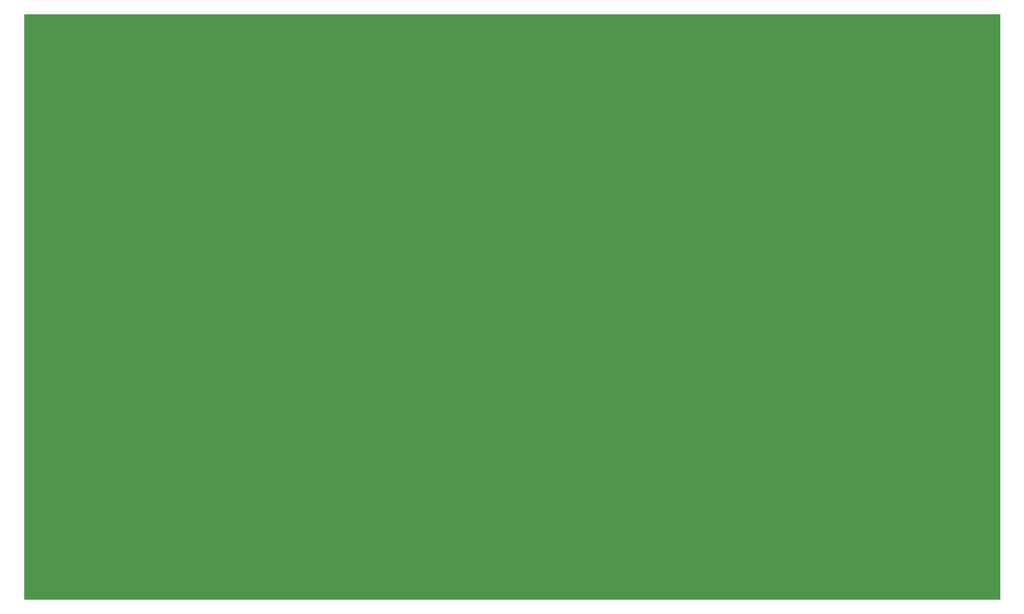
<source format=gts>
G04 #@! TF.GenerationSoftware,KiCad,Pcbnew,(5.0.0)*
G04 #@! TF.CreationDate,2018-09-02T17:29:03+02:00*
G04 #@! TF.ProjectId,MegaBiels_P,4D6567614269656C735F502E6B696361,rev?*
G04 #@! TF.SameCoordinates,Original*
G04 #@! TF.FileFunction,Soldermask,Top*
G04 #@! TF.FilePolarity,Negative*
%FSLAX46Y46*%
G04 Gerber Fmt 4.6, Leading zero omitted, Abs format (unit mm)*
G04 Created by KiCad (PCBNEW (5.0.0)) date 09/02/18 17:29:03*
%MOMM*%
%LPD*%
G01*
G04 APERTURE LIST*
%ADD10C,0.010000*%
%ADD11C,6.400000*%
G04 APERTURE END LIST*
D10*
G04 #@! TO.C,G\002A\002A\002A*
G36*
X235000000Y-144000000D02*
X85000000Y-144000000D01*
X85000000Y-114000000D01*
X235000000Y-114000000D01*
X235000000Y-144000000D01*
X235000000Y-144000000D01*
G37*
X235000000Y-144000000D02*
X85000000Y-144000000D01*
X85000000Y-114000000D01*
X235000000Y-114000000D01*
X235000000Y-144000000D01*
G36*
X235000000Y-114000000D02*
X85000000Y-114000000D01*
X85000000Y-84000000D01*
X235000000Y-84000000D01*
X235000000Y-114000000D01*
X235000000Y-114000000D01*
G37*
X235000000Y-114000000D02*
X85000000Y-114000000D01*
X85000000Y-84000000D01*
X235000000Y-84000000D01*
X235000000Y-114000000D01*
G36*
X235000000Y-84000000D02*
X85000000Y-84000000D01*
X85000000Y-54000000D01*
X235000000Y-54000000D01*
X235000000Y-84000000D01*
X235000000Y-84000000D01*
G37*
X235000000Y-84000000D02*
X85000000Y-84000000D01*
X85000000Y-54000000D01*
X235000000Y-54000000D01*
X235000000Y-84000000D01*
G04 #@! TD*
D11*
G04 #@! TO.C,REF\002A\002A*
X220000000Y-129000000D03*
G04 #@! TD*
G04 #@! TO.C,REF\002A\002A*
X100000000Y-129000000D03*
G04 #@! TD*
G04 #@! TO.C,REF\002A\002A*
X160000000Y-129000000D03*
G04 #@! TD*
G04 #@! TO.C,REF\002A\002A*
X220000000Y-99000000D03*
G04 #@! TD*
G04 #@! TO.C,REF\002A\002A*
X100000000Y-99000000D03*
G04 #@! TD*
G04 #@! TO.C,REF\002A\002A*
X160000000Y-99000000D03*
G04 #@! TD*
G04 #@! TO.C,REF\002A\002A*
X160000000Y-69000000D03*
G04 #@! TD*
G04 #@! TO.C,REF\002A\002A*
X220000000Y-69000000D03*
G04 #@! TD*
G04 #@! TO.C,REF\002A\002A*
X100000000Y-69000000D03*
G04 #@! TD*
M02*

</source>
